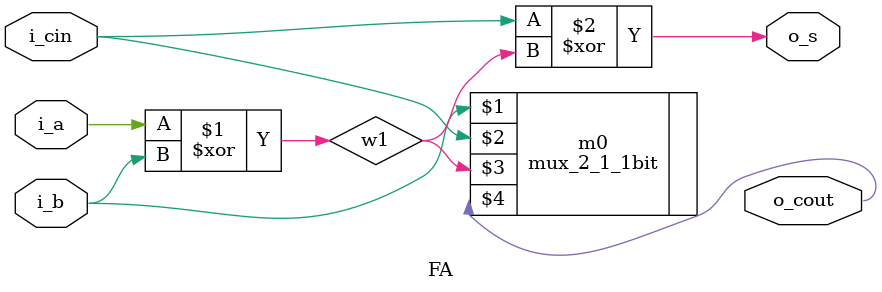
<source format=v>

`default_nettype none

module FA(
	input 	i_a,
	input 	i_b,
	input 	i_cin,
	output 	o_cout,
	output 	o_s
);

	// Combinational Logic only
	// TODO
	wire w1;
	assign w1 = i_a ^ i_b;
	
	mux_2_1_1bit m0(i_b, i_cin, w1, o_cout);
	assign o_s = i_cin ^ w1;
	
endmodule

</source>
